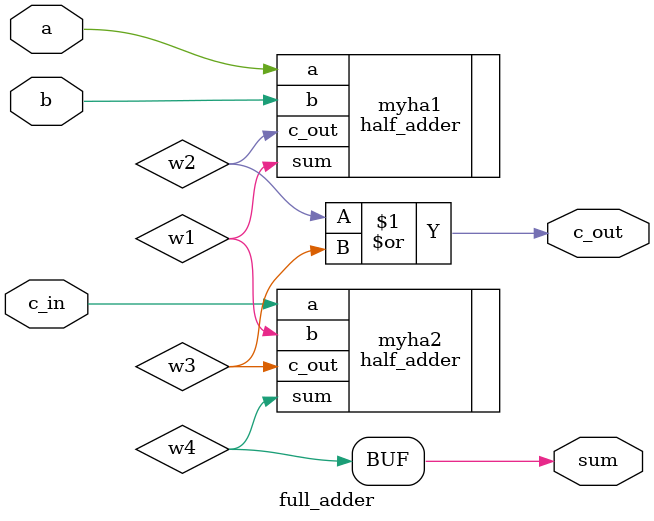
<source format=v>

module full_adder(
    input c_in,
    input a,
    input b,
    output sum,
    output c_out
);

    wire w1, w2, w3, w4;
    //will call 2 half adders
    half_adder myha1 (
    .a(a), 
    .b(b),
    .sum(w1), //connects wire 'w1' to the module's sum output
    .c_out(w2)
    );

    half_adder myha2 (
    .a(c_in),
    .b(w1),
    .sum(w4),
    .c_out(w3)
    );

    //a full adder must also have an or gate
    //output sum
    assign sum = w4;

    //output cout with the or gate
    assign c_out = w2 | w3;

endmodule   

</source>
